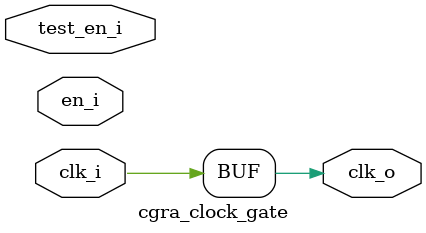
<source format=sv>

module cgra_clock_gate
(
  input  logic clk_i,
  input  logic test_en_i,
  input  logic en_i,
  output logic clk_o
);

    // Bypass
    assign clk_o = clk_i;
    // xilinx_clk_gating clk_gate_i (
    //     .clk_i,
    //     .en_i,
    //     .test_en_i,
    //     .clk_o
    // );

endmodule
</source>
